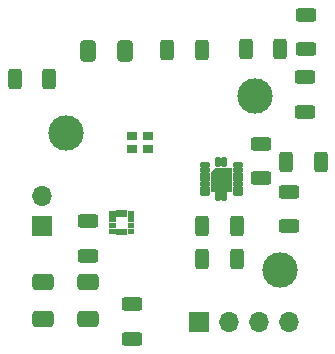
<source format=gbr>
%TF.GenerationSoftware,KiCad,Pcbnew,9.0.0*%
%TF.CreationDate,2025-03-19T16:08:28+01:00*%
%TF.ProjectId,PCB_rigide,5043425f-7269-4676-9964-652e6b696361,rev?*%
%TF.SameCoordinates,Original*%
%TF.FileFunction,Soldermask,Top*%
%TF.FilePolarity,Negative*%
%FSLAX46Y46*%
G04 Gerber Fmt 4.6, Leading zero omitted, Abs format (unit mm)*
G04 Created by KiCad (PCBNEW 9.0.0) date 2025-03-19 16:08:28*
%MOMM*%
%LPD*%
G01*
G04 APERTURE LIST*
G04 Aperture macros list*
%AMRoundRect*
0 Rectangle with rounded corners*
0 $1 Rounding radius*
0 $2 $3 $4 $5 $6 $7 $8 $9 X,Y pos of 4 corners*
0 Add a 4 corners polygon primitive as box body*
4,1,4,$2,$3,$4,$5,$6,$7,$8,$9,$2,$3,0*
0 Add four circle primitives for the rounded corners*
1,1,$1+$1,$2,$3*
1,1,$1+$1,$4,$5*
1,1,$1+$1,$6,$7*
1,1,$1+$1,$8,$9*
0 Add four rect primitives between the rounded corners*
20,1,$1+$1,$2,$3,$4,$5,0*
20,1,$1+$1,$4,$5,$6,$7,0*
20,1,$1+$1,$6,$7,$8,$9,0*
20,1,$1+$1,$8,$9,$2,$3,0*%
G04 Aperture macros list end*
%ADD10C,0.010000*%
%ADD11C,0.002000*%
%ADD12C,3.000000*%
%ADD13R,0.900000X0.800000*%
%ADD14RoundRect,0.250000X0.625000X-0.312500X0.625000X0.312500X-0.625000X0.312500X-0.625000X-0.312500X0*%
%ADD15RoundRect,0.250000X0.312500X0.625000X-0.312500X0.625000X-0.312500X-0.625000X0.312500X-0.625000X0*%
%ADD16R,1.700000X1.700000*%
%ADD17O,1.700000X1.700000*%
%ADD18RoundRect,0.250000X0.650000X-0.412500X0.650000X0.412500X-0.650000X0.412500X-0.650000X-0.412500X0*%
%ADD19RoundRect,0.250000X-0.312500X-0.625000X0.312500X-0.625000X0.312500X0.625000X-0.312500X0.625000X0*%
%ADD20RoundRect,0.116600X-0.315400X0.095400X-0.315400X-0.095400X0.315400X-0.095400X0.315400X0.095400X0*%
%ADD21RoundRect,0.116600X-0.095400X0.315400X-0.095400X-0.315400X0.095400X-0.315400X0.095400X0.315400X0*%
%ADD22RoundRect,0.250000X-0.625000X0.312500X-0.625000X-0.312500X0.625000X-0.312500X0.625000X0.312500X0*%
%ADD23RoundRect,0.250000X0.412500X0.650000X-0.412500X0.650000X-0.412500X-0.650000X0.412500X-0.650000X0*%
G04 APERTURE END LIST*
D10*
%TO.C,U2*%
X87838000Y-42389000D02*
X87388000Y-42389000D01*
X87388000Y-41989000D01*
X87838000Y-41989000D01*
X87838000Y-42389000D01*
G36*
X87838000Y-42389000D02*
G01*
X87388000Y-42389000D01*
X87388000Y-41989000D01*
X87838000Y-41989000D01*
X87838000Y-42389000D01*
G37*
X87838000Y-42889000D02*
X87388000Y-42889000D01*
X87388000Y-42489000D01*
X87838000Y-42489000D01*
X87838000Y-42889000D01*
G36*
X87838000Y-42889000D02*
G01*
X87388000Y-42889000D01*
X87388000Y-42489000D01*
X87838000Y-42489000D01*
X87838000Y-42889000D01*
G37*
X87838000Y-43389000D02*
X87388000Y-43389000D01*
X87388000Y-42989000D01*
X87838000Y-42989000D01*
X87838000Y-43389000D01*
G36*
X87838000Y-43389000D02*
G01*
X87388000Y-43389000D01*
X87388000Y-42989000D01*
X87838000Y-42989000D01*
X87838000Y-43389000D01*
G37*
X87838000Y-43889000D02*
X87388000Y-43889000D01*
X87388000Y-43489000D01*
X87838000Y-43489000D01*
X87838000Y-43889000D01*
G36*
X87838000Y-43889000D02*
G01*
X87388000Y-43889000D01*
X87388000Y-43489000D01*
X87838000Y-43489000D01*
X87838000Y-43889000D01*
G37*
X88338000Y-42389000D02*
X87938000Y-42389000D01*
X87938000Y-41939000D01*
X88338000Y-41939000D01*
X88338000Y-42389000D01*
G36*
X88338000Y-42389000D02*
G01*
X87938000Y-42389000D01*
X87938000Y-41939000D01*
X88338000Y-41939000D01*
X88338000Y-42389000D01*
G37*
X88338000Y-43939000D02*
X87938000Y-43939000D01*
X87938000Y-43489000D01*
X88338000Y-43489000D01*
X88338000Y-43939000D01*
G36*
X88338000Y-43939000D02*
G01*
X87938000Y-43939000D01*
X87938000Y-43489000D01*
X88338000Y-43489000D01*
X88338000Y-43939000D01*
G37*
X88838000Y-42389000D02*
X88438000Y-42389000D01*
X88438000Y-41939000D01*
X88838000Y-41939000D01*
X88838000Y-42389000D01*
G36*
X88838000Y-42389000D02*
G01*
X88438000Y-42389000D01*
X88438000Y-41939000D01*
X88838000Y-41939000D01*
X88838000Y-42389000D01*
G37*
X88838000Y-43939000D02*
X88438000Y-43939000D01*
X88438000Y-43489000D01*
X88838000Y-43489000D01*
X88838000Y-43939000D01*
G36*
X88838000Y-43939000D02*
G01*
X88438000Y-43939000D01*
X88438000Y-43489000D01*
X88838000Y-43489000D01*
X88838000Y-43939000D01*
G37*
X89388000Y-42389000D02*
X88938000Y-42389000D01*
X88938000Y-41989000D01*
X89388000Y-41989000D01*
X89388000Y-42389000D01*
G36*
X89388000Y-42389000D02*
G01*
X88938000Y-42389000D01*
X88938000Y-41989000D01*
X89388000Y-41989000D01*
X89388000Y-42389000D01*
G37*
X89388000Y-42889000D02*
X88938000Y-42889000D01*
X88938000Y-42489000D01*
X89388000Y-42489000D01*
X89388000Y-42889000D01*
G36*
X89388000Y-42889000D02*
G01*
X88938000Y-42889000D01*
X88938000Y-42489000D01*
X89388000Y-42489000D01*
X89388000Y-42889000D01*
G37*
X89388000Y-43389000D02*
X88938000Y-43389000D01*
X88938000Y-42989000D01*
X89388000Y-42989000D01*
X89388000Y-43389000D01*
G36*
X89388000Y-43389000D02*
G01*
X88938000Y-43389000D01*
X88938000Y-42989000D01*
X89388000Y-42989000D01*
X89388000Y-43389000D01*
G37*
X89388000Y-43889000D02*
X88938000Y-43889000D01*
X88938000Y-43489000D01*
X89388000Y-43489000D01*
X89388000Y-43889000D01*
G36*
X89388000Y-43889000D02*
G01*
X88938000Y-43889000D01*
X88938000Y-43489000D01*
X89388000Y-43489000D01*
X89388000Y-43889000D01*
G37*
D11*
%TO.C,U1*%
X97731600Y-40273800D02*
X96027600Y-40273800D01*
X96027600Y-38729800D01*
X96387600Y-38369800D01*
X97731600Y-38369800D01*
X97731600Y-40273800D01*
G36*
X97731600Y-40273800D02*
G01*
X96027600Y-40273800D01*
X96027600Y-38729800D01*
X96387600Y-38369800D01*
X97731600Y-38369800D01*
X97731600Y-40273800D01*
G37*
%TD*%
D12*
%TO.C,J3*%
X83693000Y-35433000D03*
%TD*%
D13*
%TO.C,Y1*%
X89290000Y-36752000D03*
X90690000Y-36752000D03*
X90690000Y-35652000D03*
X89290000Y-35652000D03*
%TD*%
D14*
%TO.C,R2*%
X103936800Y-33582800D03*
X103936800Y-30657800D03*
%TD*%
D15*
%TO.C,R5*%
X95227000Y-28371800D03*
X92302000Y-28371800D03*
%TD*%
D16*
%TO.C,J1*%
X81661000Y-43307000D03*
D17*
X81661000Y-40767000D03*
%TD*%
D14*
%TO.C,R8*%
X89281000Y-52836000D03*
X89281000Y-49911000D03*
%TD*%
%TO.C,R4*%
X102616000Y-43311000D03*
X102616000Y-40386000D03*
%TD*%
D18*
%TO.C,C2*%
X81788000Y-51155600D03*
X81788000Y-48030600D03*
%TD*%
D12*
%TO.C,J5*%
X99695000Y-32258000D03*
%TD*%
D19*
%TO.C,R3*%
X95246000Y-46101000D03*
X98171000Y-46101000D03*
%TD*%
D12*
%TO.C,J4*%
X101854000Y-46990000D03*
%TD*%
D20*
%TO.C,U1*%
X95454600Y-38121800D03*
X95454600Y-38521800D03*
X95454600Y-38921800D03*
X95454600Y-39321800D03*
X95454600Y-39721800D03*
X95454600Y-40121800D03*
X95454600Y-40521800D03*
D21*
X96629600Y-40741800D03*
X97129600Y-40746800D03*
D20*
X98304600Y-40521800D03*
X98304600Y-40121800D03*
X98304600Y-39721800D03*
X98304600Y-39321800D03*
X98304600Y-38921800D03*
X98304600Y-38521800D03*
X98304600Y-38121800D03*
D21*
X97129600Y-37896800D03*
X96629600Y-37896800D03*
%TD*%
D18*
%TO.C,C1*%
X85598000Y-51131000D03*
X85598000Y-48006000D03*
%TD*%
D22*
%TO.C,R1*%
X100203000Y-36318000D03*
X100203000Y-39243000D03*
%TD*%
D19*
%TO.C,R12*%
X102358000Y-37846000D03*
X105283000Y-37846000D03*
%TD*%
%TO.C,R9*%
X79371000Y-30861000D03*
X82296000Y-30861000D03*
%TD*%
D14*
%TO.C,R6*%
X85598000Y-45785500D03*
X85598000Y-42860500D03*
%TD*%
D19*
%TO.C,R7*%
X95250000Y-43307000D03*
X98175000Y-43307000D03*
%TD*%
D23*
%TO.C,C3*%
X88723000Y-28448000D03*
X85598000Y-28448000D03*
%TD*%
D22*
%TO.C,R10*%
X104013000Y-25400000D03*
X104013000Y-28325000D03*
%TD*%
D19*
%TO.C,R11*%
X98929000Y-28321000D03*
X101854000Y-28321000D03*
%TD*%
D16*
%TO.C,J2*%
X94996000Y-51409600D03*
D17*
X97536000Y-51409600D03*
X100076000Y-51409600D03*
X102616000Y-51409600D03*
%TD*%
M02*

</source>
